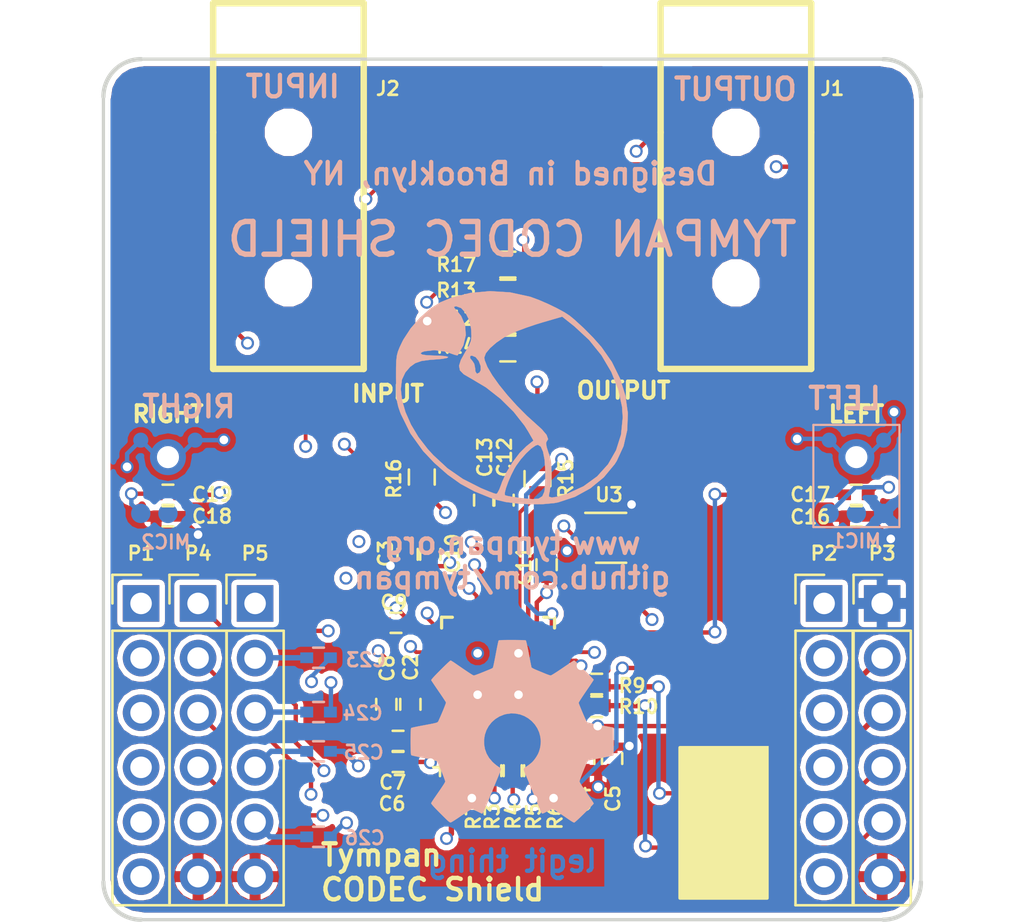
<source format=kicad_pcb>
(kicad_pcb (version 20171130) (host pcbnew "(5.0.1-3-g963ef8bb5)")
  (title_block (title "Tympan Rev D") (date 3/19/18) (company "Solutiosn Design & Prototyping, LLC"))
  (layers (0 F.Cu signal) (1 In1.Cu power) (2 In2.Cu mixed) (31 B.Cu signal) (34 B.Paste user) (35 F.Paste user) (36 B.SilkS user) (37 F.SilkS user) (38 B.Mask user) (39 F.Mask user) (44 Edge.Cuts user))
  (net 0 "")
  (net 1 GND)
  (net 2 +3V3)
  (net 3 "Net-(C2-Pad1)")
  (net 4 "Net-(C2-Pad2)")
  (net 5 +1V8)
  (net 6 "Net-(C8-Pad1)")
  (net 7 "Net-(C11-Pad1)")
  (net 8 "Net-(C17-Pad2)")
  (net 9 "Net-(C19-Pad2)")
  (net 10 "Net-(J1-Pad3)")
  (net 11 /MICDET)
  (net 12 /BCLK)
  (net 13 /MCLK)
  (net 14 /WCLK)
  (net 15 "Net-(R2-Pad2)")
  (net 16 "Net-(R3-Pad2)")
  (net 17 "Net-(R4-Pad2)")
  (net 18 "Net-(R5-Pad2)")
  (net 19 "Net-(R6-Pad2)")
  (net 20 "Net-(R7-Pad2)")
  (net 21 "Net-(R9-Pad2)")
  (net 22 "Net-(R10-Pad2)")
  (net 23 /HPL)
  (net 24 "Net-(J1-Pad2)")
  (net 25 /HPR)
  (net 26 /MICBIAS)
  (net 27 "Net-(U2-Pad4)")
  (net 28 "Net-(C23-Pad2)")
  (net 29 "Net-(C24-Pad2)")
  (net 30 "Net-(C25-Pad2)")
  (net 31 "Net-(C26-Pad2)")
  (net 32 "Net-(P1-Pad2)")
  (net 33 "Net-(P1-Pad4)")
  (net 34 "Net-(P1-Pad3)")
  (net 35 "Net-(R16-Pad2)")
  (net 36 "Net-(U2-Pad12)")
  (net 37 "Net-(U2-Pad15)")
  (net 38 /SS_2)
  (net 39 /SCK_2)
  (net 40 /TX_3)
  (net 41 /MISO_2)
  (net 42 /MOSI_2)
  (net 43 /RX_3)
  (net 44 "Net-(MIC1-Pad5)")
  (net 45 "Net-(MIC2-Pad5)")
  (net 46 "Net-(C12-Pad1)")
  (net 47 "Net-(C13-Pad1)")
  (net 48 "Net-(C12-Pad2)")
  (net 49 "Net-(C13-Pad2)")
  (net 50 /nRESET_1)
  (net 51 /DIN_1)
  (net 52 /DOUT_1)
  (net 53 /SDA2)
  (net 54 /SCL2)
  (net 55 /M_BIAS_1)
  (net 56 /IN2_L_1)
  (net 57 /IN2_R_1)
  (net 58 /IN1_R_1)
  (net 59 /IN1_L_1)
  (net 60 /LOL_1)
  (net 61 /LOR_1)
  (net 62 "Net-(P1-Pad6)")
  (net 63 "Net-(P1-Pad5)")
  (net 64 "Net-(P1-Pad1)")
  (module Capacitors_SMD:C_0402 (layer B.Cu) (at 124.85 74.305 180)
    (fp_text reference C23 (at -2.2 -0.1) (layer B.SilkS) (effects (font (size 0.635 0.635) (thickness 0.127)) (justify mirror)))
    (fp_text value 2.2uF)
    (pad 1 smd rect (at -0.55 0 180) (size 0.6 0.5) (layers B.Cu B.Paste B.Mask) (net 58 /IN1_R_1))
    (pad 2 smd rect (at 0.55 0 180) (size 0.6 0.5) (layers B.Cu B.Paste B.Mask) (net 28 "Net-(C23-Pad2)"))
  )
  (module Capacitors_SMD:C_0603 (layer F.Cu) (at 133.65 58.63)
    (fp_text reference R12 (at -2.4 -0.1) (layer F.SilkS) (effects (font (size 0.635 0.635) (thickness 0.127))))
    (fp_text value 0)
    (pad 1 smd rect (at -0.75 0) (size 0.8 0.75) (layers F.Cu F.Paste F.Mask) (net 23 /HPL))
    (pad 2 smd rect (at 0.75 0) (size 0.8 0.75) (layers F.Cu F.Paste F.Mask) (net 24 "Net-(J1-Pad2)"))
  )
  (module Capacitors_SMD:C_0603 (layer F.Cu) (at 133.65 57.33)
    (fp_text reference R13 (at -2.4 -0.1) (layer F.SilkS) (effects (font (size 0.635 0.635) (thickness 0.127))))
    (fp_text value 0)
    (pad 1 smd rect (at -0.75 0) (size 0.8 0.75) (layers F.Cu F.Paste F.Mask) (net 25 /HPR))
    (pad 2 smd rect (at 0.75 0) (size 0.8 0.75) (layers F.Cu F.Paste F.Mask) (net 10 "Net-(J1-Pad3)"))
  )
  (module Capacitors_SMD:C_0603 (layer F.Cu) (at 133.65 59.93 180)
    (fp_text reference R14 (at 2.4 0.1 180) (layer F.SilkS) (effects (font (size 0.635 0.635) (thickness 0.127))))
    (fp_text value DNP)
    (pad 1 smd rect (at -0.75 0 180) (size 0.8 0.75) (layers F.Cu F.Paste F.Mask) (net 24 "Net-(J1-Pad2)"))
    (pad 2 smd rect (at 0.75 0 180) (size 0.8 0.75) (layers F.Cu F.Paste F.Mask) (net 1 GND))
  )
  (module Capacitors_SMD:C_0603 (layer F.Cu) (at 135.025 65.98 90)
    (fp_text reference R15 (at 0 1.325 90) (layer F.SilkS) (effects (font (size 0.635 0.635) (thickness 0.127))))
    (fp_text value 2.2K)
    (pad 1 smd rect (at -0.75 0 90) (size 0.8 0.75) (layers F.Cu F.Paste F.Mask) (net 26 /MICBIAS))
    (pad 2 smd rect (at 0.75 0 90) (size 0.8 0.75) (layers F.Cu F.Paste F.Mask) (net 48 "Net-(C12-Pad2)"))
  )
  (module Capacitors_SMD:C_0603 (layer F.Cu) (at 129.65 65.905 270)
    (fp_text reference R16 (at 0.075 1.3 270) (layer F.SilkS) (effects (font (size 0.635 0.635) (thickness 0.127))))
    (fp_text value 2.2K)
    (pad 1 smd rect (at -0.75 0 270) (size 0.8 0.75) (layers F.Cu F.Paste F.Mask) (net 49 "Net-(C13-Pad2)"))
    (pad 2 smd rect (at 0.75 0 270) (size 0.8 0.75) (layers F.Cu F.Paste F.Mask) (net 35 "Net-(R16-Pad2)"))
  )
  (module Capacitors_SMD:C_0603 (layer F.Cu) (at 133.65 56.03 180)
    (fp_text reference R17 (at 2.4 0 180) (layer F.SilkS) (effects (font (size 0.635 0.635) (thickness 0.127))))
    (fp_text value DNP)
    (pad 1 smd rect (at -0.75 0 180) (size 0.8 0.75) (layers F.Cu F.Paste F.Mask) (net 10 "Net-(J1-Pad3)"))
    (pad 2 smd rect (at 0.75 0 180) (size 0.8 0.75) (layers F.Cu F.Paste F.Mask) (net 1 GND))
  )
  (module Housings_DFN_QFN:UQFN-40-1EP_5x5mm_Pitch0.4mm (layer F.Cu) (at 133.1946 75.047 90)
    (fp_text reference U2 (at -3.8608 -2.667 90) (layer F.SilkS) (effects (font (size 0.635 0.635) (thickness 0.127))))
    (fp_text value TLV320AIC3206IRSBT)
    (pad 1 smd rect (at -2.5 -1.8 90) (size 0.75 0.2) (layers F.Cu F.Paste F.Mask) (net 1 GND))
    (pad 2 smd rect (at -2.5 -1.4 90) (size 0.75 0.2) (layers F.Cu F.Paste F.Mask) (net 1 GND))
    (pad 3 smd rect (at -2.5 -1 90) (size 0.75 0.2) (layers F.Cu F.Paste F.Mask) (net 15 "Net-(R2-Pad2)"))
    (pad 4 smd rect (at -2.5 -0.6 90) (size 0.75 0.2) (layers F.Cu F.Paste F.Mask) (net 27 "Net-(U2-Pad4)"))
    (pad 5 smd rect (at -2.5 -0.2 90) (size 0.75 0.2) (layers F.Cu F.Paste F.Mask) (net 20 "Net-(R7-Pad2)"))
    (pad 6 smd rect (at -2.5 0.2 90) (size 0.75 0.2) (layers F.Cu F.Paste F.Mask) (net 16 "Net-(R3-Pad2)"))
    (pad 7 smd rect (at -2.5 0.6 90) (size 0.75 0.2) (layers F.Cu F.Paste F.Mask) (net 17 "Net-(R4-Pad2)"))
    (pad 8 smd rect (at -2.5 1 90) (size 0.75 0.2) (layers F.Cu F.Paste F.Mask) (net 18 "Net-(R5-Pad2)"))
    (pad 9 smd rect (at -2.5 1.4 90) (size 0.75 0.2) (layers F.Cu F.Paste F.Mask) (net 19 "Net-(R6-Pad2)"))
    (pad 10 smd rect (at -2.5 1.8 90) (size 0.75 0.2) (layers F.Cu F.Paste F.Mask) (net 2 +3V3))
    (pad 11 smd rect (at -1.8 2.5 180) (size 0.75 0.2) (layers F.Cu F.Paste F.Mask) (net 1 GND))
    (pad 12 smd rect (at -1.4 2.5 180) (size 0.75 0.2) (layers F.Cu F.Paste F.Mask) (net 36 "Net-(U2-Pad12)"))
    (pad 13 smd rect (at -1 2.5 180) (size 0.75 0.2) (layers F.Cu F.Paste F.Mask) (net 22 "Net-(R10-Pad2)"))
    (pad 14 smd rect (at -0.6 2.5 180) (size 0.75 0.2) (layers F.Cu F.Paste F.Mask) (net 21 "Net-(R9-Pad2)"))
    (pad 15 smd rect (at -0.2 2.5 180) (size 0.75 0.2) (layers F.Cu F.Paste F.Mask) (net 37 "Net-(U2-Pad15)"))
    (pad 16 smd rect (at 0.2 2.5 180) (size 0.75 0.2) (layers F.Cu F.Paste F.Mask) (net 1 GND))
    (pad 17 smd rect (at 0.6 2.5 180) (size 0.75 0.2) (layers F.Cu F.Paste F.Mask) (net 59 /IN1_L_1))
    (pad 18 smd rect (at 1 2.5 180) (size 0.75 0.2) (layers F.Cu F.Paste F.Mask) (net 58 /IN1_R_1))
    (pad 19 smd rect (at 1.4 2.5 180) (size 0.75 0.2) (layers F.Cu F.Paste F.Mask) (net 56 /IN2_L_1))
    (pad 20 smd rect (at 1.8 2.5 180) (size 0.75 0.2) (layers F.Cu F.Paste F.Mask) (net 57 /IN2_R_1))
    (pad 21 smd rect (at 2.5 1.8 90) (size 0.75 0.2) (layers F.Cu F.Paste F.Mask) (net 1 GND))
    (pad 22 smd rect (at 2.5 1.4 90) (size 0.75 0.2) (layers F.Cu F.Paste F.Mask) (net 7 "Net-(C11-Pad1)"))
    (pad 23 smd rect (at 2.5 1 90) (size 0.75 0.2) (layers F.Cu F.Paste F.Mask) (net 26 /MICBIAS))
    (pad 24 smd rect (at 2.5 0.6 90) (size 0.75 0.2) (layers F.Cu F.Paste F.Mask) (net 46 "Net-(C12-Pad1)"))
    (pad 25 smd rect (at 2.5 0.2 90) (size 0.75 0.2) (layers F.Cu F.Paste F.Mask) (net 47 "Net-(C13-Pad1)"))
    (pad 26 smd rect (at 2.5 -0.2 90) (size 0.75 0.2) (layers F.Cu F.Paste F.Mask) (net 60 /LOL_1))
    (pad 27 smd rect (at 2.5 -0.6 90) (size 0.75 0.2) (layers F.Cu F.Paste F.Mask) (net 61 /LOR_1))
    (pad 28 smd rect (at 2.5 -1 90) (size 0.75 0.2) (layers F.Cu F.Paste F.Mask) (net 1 GND))
    (pad 29 smd rect (at 2.5 -1.4 90) (size 0.75 0.2) (layers F.Cu F.Paste F.Mask) (net 5 +1V8))
    (pad 30 smd rect (at 2.5 -1.8 90) (size 0.75 0.2) (layers F.Cu F.Paste F.Mask) (net 2 +3V3))
    (pad 31 smd rect (at 1.8 -2.5 180) (size 0.75 0.2) (layers F.Cu F.Paste F.Mask) (net 23 /HPL))
    (pad 32 smd rect (at 1.4 -2.5 180) (size 0.75 0.2) (layers F.Cu F.Paste F.Mask) (net 5 +1V8))
    (pad 33 smd rect (at 1 -2.5 180) (size 0.75 0.2) (layers F.Cu F.Paste F.Mask) (net 25 /HPR))
    (pad 34 smd rect (at 0.6 -2.5 180) (size 0.75 0.2) (layers F.Cu F.Paste F.Mask) (net 11 /MICDET))
    (pad 35 smd rect (at 0.2 -2.5 180) (size 0.75 0.2) (layers F.Cu F.Paste F.Mask) (net 6 "Net-(C8-Pad1)"))
    (pad 36 smd rect (at -0.2 -2.5 180) (size 0.75 0.2) (layers F.Cu F.Paste F.Mask) (net 3 "Net-(C2-Pad1)"))
    (pad 37 smd rect (at -0.6 -2.5 180) (size 0.75 0.2) (layers F.Cu F.Paste F.Mask) (net 1 GND))
    (pad 38 smd rect (at -1 -2.5 180) (size 0.75 0.2) (layers F.Cu F.Paste F.Mask) (net 4 "Net-(C2-Pad2)"))
    (pad 39 smd rect (at -1.4 -2.5 180) (size 0.75 0.2) (layers F.Cu F.Paste F.Mask) (net 5 +1V8))
    (pad 40 smd rect (at -1.8 -2.5 180) (size 0.75 0.2) (layers F.Cu F.Paste F.Mask) (net 5 +1V8))
    (pad 41 smd rect (at 0.95 0.95 90) (size 1.9 1.9) (layers F.Cu F.Paste F.Mask) (net 1 GND))
    (pad 41 smd rect (at 0.95 -0.95 90) (size 1.9 1.9) (layers F.Cu F.Paste F.Mask) (net 1 GND))
    (pad 41 smd rect (at -0.95 0.95 90) (size 1.9 1.9) (layers F.Cu F.Paste F.Mask) (net 1 GND))
    (pad 41 smd rect (at -0.95 -0.95 90) (size 1.9 1.9) (layers F.Cu F.Paste F.Mask) (net 1 GND))
  )
  (module Tympan:SJ-3524-SMT-TR (layer F.Cu) (at 123.45 49.88 270)
    (fp_text reference J2 (at -2.032 -4.6228) (layer F.SilkS) (effects (font (size 0.635 0.635) (thickness 0.127))))
    (fp_text value SJ-3524-SMT-TR-PI)
    (pad 4 smd rect (at 12.2 -0.75 270) (size 2.8 2.8) (layers F.Cu F.Paste F.Mask) (net 11 /MICDET))
    (pad 2 smd rect (at 8.3 4.2 270) (size 2.8 2.8) (layers F.Cu F.Paste F.Mask) (net 48 "Net-(C12-Pad2)"))
    (pad 3 smd rect (at 0.9 -4.2 270) (size 2.2 2.8) (layers F.Cu F.Paste F.Mask) (net 49 "Net-(C13-Pad2)"))
    (pad "" np_thru_hole circle (at 7 0 270) (size 1.7 1.7) (drill 1.7) (layers *.Cu *.Mask))
    (pad "" np_thru_hole circle (at 0 0 270) (size 1.7 1.7) (drill 1.7) (layers *.Cu *.Mask))
    (pad 1 smd rect (at -1.1 4.2 270) (size 2.2 2.8) (layers F.Cu F.Paste F.Mask) (net 1 GND))
  )
  (module Tympan:SJ-3523-SMT-TR (layer F.Cu) (at 144.25 49.88 270)
    (fp_text reference J1 (at -2.032 -4.4831) (layer F.SilkS) (effects (font (size 0.635 0.635) (thickness 0.127))))
    (fp_text value SJ-3523-SMT-TR)
    (pad 2 smd rect (at 8.3 4.2 270) (size 2.8 2.8) (layers F.Cu F.Paste F.Mask) (net 24 "Net-(J1-Pad2)"))
    (pad 3 smd rect (at 0.9 -4.2 270) (size 2.2 2.8) (layers F.Cu F.Paste F.Mask) (net 10 "Net-(J1-Pad3)"))
    (pad "" np_thru_hole circle (at 7 0 270) (size 1.7 1.7) (drill 1.7) (layers *.Cu *.Mask))
    (pad "" np_thru_hole circle (at 0 0 270) (size 1.7 1.7) (drill 1.7) (layers *.Cu *.Mask))
    (pad 1 smd rect (at -1.1 4.2 270) (size 2.2 2.8) (layers F.Cu F.Paste F.Mask) (net 1 GND))
  )
  (module Capacitors_SMD:C_0402 (layer F.Cu) (at 129.1179 76.4694 270)
    (fp_text reference C2 (at -1.7145 -0.0127 270) (layer F.SilkS) (effects (font (size 0.635 0.635) (thickness 0.127))))
    (fp_text value 2.2uF)
    (pad 1 smd rect (at -0.55 0 270) (size 0.6 0.5) (layers F.Cu F.Paste F.Mask) (net 3 "Net-(C2-Pad1)"))
    (pad 2 smd rect (at 0.55 0 270) (size 0.6 0.5) (layers F.Cu F.Paste F.Mask) (net 4 "Net-(C2-Pad2)"))
  )
  (module Capacitors_SMD:C_0402 (layer F.Cu) (at 128.9909 69.4971 270)
    (fp_text reference C3 (at -0.0381 1.0287 270) (layer F.SilkS) (effects (font (size 0.635 0.635) (thickness 0.127))))
    (fp_text value 0.1uF)
    (pad 1 smd rect (at -0.55 0 270) (size 0.6 0.5) (layers F.Cu F.Paste F.Mask) (net 1 GND))
    (pad 2 smd rect (at 0.55 0 270) (size 0.6 0.5) (layers F.Cu F.Paste F.Mask) (net 2 +3V3))
  )
  (module Capacitors_SMD:C_0402 (layer F.Cu) (at 137.2006 78.9893 90)
    (fp_text reference C4 (at -1.905 -0.0381 90) (layer F.SilkS) (effects (font (size 0.635 0.635) (thickness 0.127))))
    (fp_text value 10uF)
    (pad 1 smd rect (at -0.55 0 90) (size 0.6 0.5) (layers F.Cu F.Paste F.Mask) (net 1 GND))
    (pad 2 smd rect (at 0.55 0 90) (size 0.6 0.5) (layers F.Cu F.Paste F.Mask) (net 2 +3V3))
  )
  (module Capacitors_SMD:C_0402 (layer F.Cu) (at 138.496 78.9893 90)
    (fp_text reference C5 (at -1.8669 0.0381 90) (layer F.SilkS) (effects (font (size 0.635 0.635) (thickness 0.127))))
    (fp_text value 0.1uF)
    (pad 1 smd rect (at -0.55 0 90) (size 0.6 0.5) (layers F.Cu F.Paste F.Mask) (net 1 GND))
    (pad 2 smd rect (at 0.55 0 90) (size 0.6 0.5) (layers F.Cu F.Paste F.Mask) (net 2 +3V3))
  )
  (module Capacitors_SMD:C_0402 (layer F.Cu) (at 128.5464 79.1491 180)
    (fp_text reference C6 (at 0.2794 -1.9431 180) (layer F.SilkS) (effects (font (size 0.635 0.635) (thickness 0.127))))
    (fp_text value 10uF)
    (pad 1 smd rect (at -0.55 0 180) (size 0.6 0.5) (layers F.Cu F.Paste F.Mask) (net 5 +1V8))
    (pad 2 smd rect (at 0.55 0 180) (size 0.6 0.5) (layers F.Cu F.Paste F.Mask) (net 1 GND))
  )
  (module Capacitors_SMD:C_0402 (layer F.Cu) (at 128.5464 78.1712 180)
    (fp_text reference C7 (at 0.254 -1.9304 180) (layer F.SilkS) (effects (font (size 0.635 0.635) (thickness 0.127))))
    (fp_text value 0.1uF)
    (pad 1 smd rect (at -0.55 0 180) (size 0.6 0.5) (layers F.Cu F.Paste F.Mask) (net 5 +1V8))
    (pad 2 smd rect (at 0.55 0 180) (size 0.6 0.5) (layers F.Cu F.Paste F.Mask) (net 1 GND))
  )
  (module Capacitors_SMD:C_0402 (layer F.Cu) (at 128.0003 76.4694 270)
    (fp_text reference C8 (at -1.6764 -0.0381 270) (layer F.SilkS) (effects (font (size 0.635 0.635) (thickness 0.127))))
    (fp_text value 2.2uF)
    (pad 1 smd rect (at -0.55 0 270) (size 0.6 0.5) (layers F.Cu F.Paste F.Mask) (net 6 "Net-(C8-Pad1)"))
    (pad 2 smd rect (at 0.55 0 270) (size 0.6 0.5) (layers F.Cu F.Paste F.Mask) (net 1 GND))
  )
  (module Capacitors_SMD:C_0402 (layer F.Cu) (at 128.45 72.68 180)
    (fp_text reference C9 (at 0.1 0.95 180) (layer F.SilkS) (effects (font (size 0.635 0.635) (thickness 0.127))))
    (fp_text value 1uF)
    (pad 1 smd rect (at -0.55 0 180) (size 0.6 0.5) (layers F.Cu F.Paste F.Mask) (net 5 +1V8))
    (pad 2 smd rect (at 0.55 0 180) (size 0.6 0.5) (layers F.Cu F.Paste F.Mask) (net 1 GND))
  )
  (module Capacitors_SMD:C_0402 (layer F.Cu) (at 130.045 69.4971 90)
    (fp_text reference C10 (at 0.0381 1.0414 90) (layer F.SilkS) (effects (font (size 0.635 0.635) (thickness 0.127))))
    (fp_text value 0.1uF)
    (pad 1 smd rect (at -0.55 0 90) (size 0.6 0.5) (layers F.Cu F.Paste F.Mask) (net 5 +1V8))
    (pad 2 smd rect (at 0.55 0 90) (size 0.6 0.5) (layers F.Cu F.Paste F.Mask) (net 1 GND))
  )
  (module Capacitors_SMD:C_0402 (layer F.Cu) (at 135.45 69.98 270)
    (fp_text reference C11 (at 0.05 1.05 270) (layer F.SilkS) (effects (font (size 0.635 0.635) (thickness 0.127))))
    (fp_text value 10uF)
    (pad 1 smd rect (at -0.55 0 270) (size 0.6 0.5) (layers F.Cu F.Paste F.Mask) (net 7 "Net-(C11-Pad1)"))
    (pad 2 smd rect (at 0.55 0 270) (size 0.6 0.5) (layers F.Cu F.Paste F.Mask) (net 1 GND))
  )
  (module Capacitors_SMD:C_0402 (layer F.Cu) (at 133.45 66.98 90)
    (fp_text reference C12 (at 1.9945 0.0471 270) (layer F.SilkS) (effects (font (size 0.635 0.635) (thickness 0.127))))
    (fp_text value 2.2uF)
    (pad 1 smd rect (at -0.55 0 90) (size 0.6 0.5) (layers F.Cu F.Paste F.Mask) (net 46 "Net-(C12-Pad1)"))
    (pad 2 smd rect (at 0.55 0 90) (size 0.6 0.5) (layers F.Cu F.Paste F.Mask) (net 48 "Net-(C12-Pad2)"))
  )
  (module Capacitors_SMD:C_0402 (layer F.Cu) (at 132.55 66.98 90)
    (fp_text reference C13 (at 1.9945 0.0278 270) (layer F.SilkS) (effects (font (size 0.635 0.635) (thickness 0.127))))
    (fp_text value 2.2uF)
    (pad 1 smd rect (at -0.55 0 90) (size 0.6 0.5) (layers F.Cu F.Paste F.Mask) (net 47 "Net-(C13-Pad1)"))
    (pad 2 smd rect (at 0.55 0 90) (size 0.6 0.5) (layers F.Cu F.Paste F.Mask) (net 49 "Net-(C13-Pad2)"))
  )
  (module Capacitors_SMD:C_0402 (layer F.Cu) (at 149.85 67.73)
    (fp_text reference C16 (at -2.142266 0.031469) (layer F.SilkS) (effects (font (size 0.635 0.635) (thickness 0.127))))
    (fp_text value 0.1uF)
    (pad 1 smd rect (at -0.55 0) (size 0.6 0.5) (layers F.Cu F.Paste F.Mask) (net 1 GND))
    (pad 2 smd rect (at 0.55 0) (size 0.6 0.5) (layers F.Cu F.Paste F.Mask) (net 2 +3V3))
  )
  (module Capacitors_SMD:C_0402 (layer F.Cu) (at 149.85 66.73)
    (fp_text reference C17 (at -2.142266 -0.009231) (layer F.SilkS) (effects (font (size 0.635 0.635) (thickness 0.127))))
    (fp_text value 1uF)
    (pad 1 smd rect (at -0.55 0) (size 0.6 0.5) (layers F.Cu F.Paste F.Mask) (net 56 /IN2_L_1))
    (pad 2 smd rect (at 0.55 0) (size 0.6 0.5) (layers F.Cu F.Paste F.Mask) (net 8 "Net-(C17-Pad2)"))
  )
  (module Capacitors_SMD:C_0402 (layer F.Cu) (at 117.85 67.73)
    (fp_text reference C18 (at 2.05 0) (layer F.SilkS) (effects (font (size 0.635 0.635) (thickness 0.127))))
    (fp_text value 0.1uF)
    (pad 1 smd rect (at -0.55 0) (size 0.6 0.5) (layers F.Cu F.Paste F.Mask) (net 1 GND))
    (pad 2 smd rect (at 0.55 0) (size 0.6 0.5) (layers F.Cu F.Paste F.Mask) (net 2 +3V3))
  )
  (module Capacitors_SMD:C_0402 (layer F.Cu) (at 117.85 66.73 180)
    (fp_text reference C19 (at -2.0513 0.0194 180) (layer F.SilkS) (effects (font (size 0.635 0.635) (thickness 0.127))))
    (fp_text value 1uF)
    (pad 1 smd rect (at -0.55 0 180) (size 0.6 0.5) (layers F.Cu F.Paste F.Mask) (net 57 /IN2_R_1))
    (pad 2 smd rect (at 0.55 0 180) (size 0.6 0.5) (layers F.Cu F.Paste F.Mask) (net 9 "Net-(C19-Pad2)"))
  )
  (module Capacitors_SMD:C_0402 (layer B.Cu) (at 124.85 76.83 180)
    (fp_text reference C24 (at -2.05 -0.05 180) (layer B.SilkS) (effects (font (size 0.635 0.635) (thickness 0.127)) (justify mirror)))
    (fp_text value 2.2uF)
    (pad 1 smd rect (at -0.55 0 180) (size 0.6 0.5) (layers B.Cu B.Paste B.Mask) (net 59 /IN1_L_1))
    (pad 2 smd rect (at 0.55 0 180) (size 0.6 0.5) (layers B.Cu B.Paste B.Mask) (net 29 "Net-(C24-Pad2)"))
  )
  (module Capacitors_SMD:C_0402 (layer B.Cu) (at 124.85 78.655 180)
    (fp_text reference C25 (at -2.1 -0.05 180) (layer B.SilkS) (effects (font (size 0.635 0.635) (thickness 0.127)) (justify mirror)))
    (fp_text value 2.2uF)
    (pad 1 smd rect (at -0.55 0 180) (size 0.6 0.5) (layers B.Cu B.Paste B.Mask) (net 60 /LOL_1))
    (pad 2 smd rect (at 0.55 0 180) (size 0.6 0.5) (layers B.Cu B.Paste B.Mask) (net 30 "Net-(C25-Pad2)"))
  )
  (module Capacitors_SMD:C_0402 (layer B.Cu) (at 124.85 82.63 180)
    (fp_text reference C26 (at -2.15 -0.05 180) (layer B.SilkS) (effects (font (size 0.635 0.635) (thickness 0.127)) (justify mirror)))
    (fp_text value 2.2uF)
    (pad 1 smd rect (at -0.55 0 180) (size 0.6 0.5) (layers B.Cu B.Paste B.Mask) (net 61 /LOR_1))
    (pad 2 smd rect (at 0.55 0 180) (size 0.6 0.5) (layers B.Cu B.Paste B.Mask) (net 31 "Net-(C26-Pad2)"))
  )
  (module Pin_Headers:Pin_Header_Straight_1x06_Pitch2.54mm (layer F.Cu) (at 151.05 71.78)
    (fp_text reference P3 (at 0 -2.33) (layer F.SilkS) (effects (font (size 0.635 0.635) (thickness 0.127))))
    (fp_text value CONN_01X06)
    (pad 1 thru_hole rect (at 0 0) (size 1.7 1.7) (drill 1) (layers *.Cu *.Mask) (net 2 +3V3))
    (pad 2 thru_hole oval (at 0 2.54) (size 1.7 1.7) (drill 1) (layers *.Cu *.Mask) (net 52 /DOUT_1))
    (pad 3 thru_hole oval (at 0 5.08) (size 1.7 1.7) (drill 1) (layers *.Cu *.Mask) (net 51 /DIN_1))
    (pad 4 thru_hole oval (at 0 7.62) (size 1.7 1.7) (drill 1) (layers *.Cu *.Mask) (net 53 /SDA2))
    (pad 5 thru_hole oval (at 0 10.16) (size 1.7 1.7) (drill 1) (layers *.Cu *.Mask) (net 54 /SCL2))
    (pad 6 thru_hole oval (at 0 12.7) (size 1.7 1.7) (drill 1) (layers *.Cu *.Mask) (net 1 GND))
  )
  (module Pin_Headers:Pin_Header_Straight_1x06_Pitch2.54mm (layer F.Cu) (at 119.25 71.78)
    (fp_text reference P4 (at 0 -2.33) (layer F.SilkS) (effects (font (size 0.635 0.635) (thickness 0.127))))
    (fp_text value CONN_01X06)
    (pad 1 thru_hole rect (at 0 0) (size 1.7 1.7) (drill 1) (layers *.Cu *.Mask) (net 55 /M_BIAS_1))
    (pad 2 thru_hole oval (at 0 2.54) (size 1.7 1.7) (drill 1) (layers *.Cu *.Mask) (net 13 /MCLK))
    (pad 3 thru_hole oval (at 0 5.08) (size 1.7 1.7) (drill 1) (layers *.Cu *.Mask) (net 12 /BCLK))
    (pad 4 thru_hole oval (at 0 7.62) (size 1.7 1.7) (drill 1) (layers *.Cu *.Mask) (net 14 /WCLK))
    (pad 5 thru_hole oval (at 0 10.16) (size 1.7 1.7) (drill 1) (layers *.Cu *.Mask) (net 50 /nRESET_1))
    (pad 6 thru_hole oval (at 0 12.7) (size 1.7 1.7) (drill 1) (layers *.Cu *.Mask) (net 1 GND))
  )
  (module Pin_Headers:Pin_Header_Straight_1x06_Pitch2.54mm (layer F.Cu) (at 121.9 71.78)
    (fp_text reference P5 (at 0 -2.33) (layer F.SilkS) (effects (font (size 0.635 0.635) (thickness 0.127))))
    (fp_text value CONN_01X06)
    (pad 1 thru_hole rect (at 0 0) (size 1.7 1.7) (drill 1) (layers *.Cu *.Mask) (net 5 +1V8))
    (pad 2 thru_hole oval (at 0 2.54) (size 1.7 1.7) (drill 1) (layers *.Cu *.Mask) (net 28 "Net-(C23-Pad2)"))
    (pad 3 thru_hole oval (at 0 5.08) (size 1.7 1.7) (drill 1) (layers *.Cu *.Mask) (net 29 "Net-(C24-Pad2)"))
    (pad 4 thru_hole oval (at 0 7.62) (size 1.7 1.7) (drill 1) (layers *.Cu *.Mask) (net 30 "Net-(C25-Pad2)"))
    (pad 5 thru_hole oval (at 0 10.16) (size 1.7 1.7) (drill 1) (layers *.Cu *.Mask) (net 31 "Net-(C26-Pad2)"))
    (pad 6 thru_hole oval (at 0 12.7) (size 1.7 1.7) (drill 1) (layers *.Cu *.Mask) (net 1 GND))
  )
  (module TO_SOT_Packages_SMD:SOT-353_SC-70-5 (layer F.Cu) (at 138.45 68.73)
    (fp_text reference U3 (at -0.1 -2) (layer F.SilkS) (effects (font (size 0.635 0.635) (thickness 0.127))))
    (fp_text value 74LVC1G66)
    (pad 1 smd rect (at -0.95 -0.65) (size 0.65 0.4) (layers F.Cu F.Paste F.Mask) (net 26 /MICBIAS))
    (pad 3 smd rect (at -0.95 0.65) (size 0.65 0.4) (layers F.Cu F.Paste F.Mask) (net 1 GND))
    (pad 2 smd rect (at -0.95 0) (size 0.65 0.4) (layers F.Cu F.Paste F.Mask) (net 35 "Net-(R16-Pad2)"))
    (pad 4 smd rect (at 0.95 0.65) (size 0.65 0.4) (layers F.Cu F.Paste F.Mask) (net 55 /M_BIAS_1))
    (pad 5 smd rect (at 0.95 -0.65) (size 0.65 0.4) (layers F.Cu F.Paste F.Mask) (net 2 +3V3))
  )
  (module Pin_Headers:Pin_Header_Straight_1x06_Pitch2.54mm (layer F.Cu) (at 148.35 71.78)
    (fp_text reference P2 (at 0 -2.33) (layer F.SilkS) (effects (font (size 0.635 0.635) (thickness 0.127))))
    (fp_text value CONN_01X06)
    (pad 1 thru_hole rect (at 0 0) (size 1.7 1.7) (drill 1) (layers *.Cu *.Mask) (net 40 /TX_3))
    (pad 2 thru_hole oval (at 0 2.54) (size 1.7 1.7) (drill 1) (layers *.Cu *.Mask) (net 43 /RX_3))
    (pad 3 thru_hole oval (at 0 5.08) (size 1.7 1.7) (drill 1) (layers *.Cu *.Mask) (net 41 /MISO_2))
    (pad 4 thru_hole oval (at 0 7.62) (size 1.7 1.7) (drill 1) (layers *.Cu *.Mask) (net 42 /MOSI_2))
    (pad 5 thru_hole oval (at 0 10.16) (size 1.7 1.7) (drill 1) (layers *.Cu *.Mask) (net 39 /SCK_2))
    (pad 6 thru_hole oval (at 0 12.7) (size 1.7 1.7) (drill 1) (layers *.Cu *.Mask) (net 38 /SS_2))
  )
  (module Tympan:SPM0687LR5H-1 (layer B.Cu) (at 117.85 64.98)
    (fp_text reference MIC2 (at -0.1 3.95) (layer B.SilkS) (effects (font (size 0.635 0.635) (thickness 0.127)) (justify mirror)))
    (fp_text value SPM0687LR5H-1)
    (fp_circle (center 0 0) (end 0.67525 0) (layer B.Cu) (width 0.325))
    (pad 1 smd circle (at -1.265 2.616) (size 0.9 0.9) (layers B.Cu B.Paste B.Mask) (net 9 "Net-(C19-Pad2)"))
    (pad 5 smd circle (at 0 2.616) (size 0.9 0.9) (layers B.Cu B.Paste B.Mask) (net 45 "Net-(MIC2-Pad5)"))
    (pad 4 smd circle (at 1.265 2.616) (size 0.9 0.9) (layers B.Cu B.Paste B.Mask) (net 2 +3V3))
    (pad "" np_thru_hole circle (at 0 0) (size 0.8 0.8) (drill 0.8) (layers *.Cu))
    (pad 2 smd circle (at -1.265 -0.79) (size 0.7 0.7) (layers B.Cu B.Paste B.Mask) (net 1 GND))
    (pad 3 smd circle (at 1.265 -0.79) (size 0.7 0.7) (layers B.Cu B.Paste B.Mask) (net 1 GND))
  )
  (module Tympan:SPM0687LR5H-1 (layer B.Cu) (at 149.85 64.98)
    (fp_text reference MIC1 (at 0 3.9) (layer B.SilkS) (effects (font (size 0.635 0.635) (thickness 0.127)) (justify mirror)))
    (fp_text value SPM0687LR5H-1)
    (fp_circle (center 0 0) (end 0.67525 0) (layer B.Cu) (width 0.325))
    (pad 1 smd circle (at -1.265 2.616) (size 0.9 0.9) (layers B.Cu B.Paste B.Mask) (net 8 "Net-(C17-Pad2)"))
    (pad 5 smd circle (at 0 2.616) (size 0.9 0.9) (layers B.Cu B.Paste B.Mask) (net 44 "Net-(MIC1-Pad5)"))
    (pad 4 smd circle (at 1.265 2.616) (size 0.9 0.9) (layers B.Cu B.Paste B.Mask) (net 2 +3V3))
    (pad "" np_thru_hole circle (at 0 0) (size 0.8 0.8) (drill 0.8) (layers *.Cu))
    (pad 2 smd circle (at -1.265 -0.79) (size 0.7 0.7) (layers B.Cu B.Paste B.Mask) (net 1 GND))
    (pad 3 smd circle (at 1.265 -0.79) (size 0.7 0.7) (layers B.Cu B.Paste B.Mask) (net 1 GND))
  )
  (module Pin_Headers:Pin_Header_Straight_1x06_Pitch2.54mm (layer F.Cu) (at 116.6 71.78)
    (fp_text reference P1 (at 0 -2.33) (layer F.SilkS) (effects (font (size 0.635 0.635) (thickness 0.127))))
    (fp_text value CONN_01X06)
    (pad 6 thru_hole oval (at 0 12.7) (size 1.7 1.7) (drill 1) (layers *.Cu *.Mask) (net 62 "Net-(P1-Pad6)"))
    (pad 5 thru_hole oval (at 0 10.16) (size 1.7 1.7) (drill 1) (layers *.Cu *.Mask) (net 63 "Net-(P1-Pad5)"))
    (pad 4 thru_hole oval (at 0 7.62) (size 1.7 1.7) (drill 1) (layers *.Cu *.Mask) (net 33 "Net-(P1-Pad4)"))
    (pad 3 thru_hole oval (at 0 5.08) (size 1.7 1.7) (drill 1) (layers *.Cu *.Mask) (net 34 "Net-(P1-Pad3)"))
    (pad 2 thru_hole oval (at 0 2.54) (size 1.7 1.7) (drill 1) (layers *.Cu *.Mask) (net 32 "Net-(P1-Pad2)"))
    (pad 1 thru_hole rect (at 0 0) (size 1.7 1.7) (drill 1) (layers *.Cu *.Mask) (net 64 "Net-(P1-Pad1)"))
  )
  (module Graphics:Tympan_LOGO (layer B.Cu) (at 133.825 62.205 180)
    (fp_text reference G*** hide)
    (fp_text value LOGO hide)
  )
  (module Graphics:oshwa-logo-gear (layer B.Cu) (at 133.85 77.755 180)
    (fp_text reference G*** hide)
    (fp_text value LOGO hide)
  )
  (module Resistors_SMD:R_0402 (layer F.Cu) (at 131.025 79.555 90)
    (fp_text reference R2 (at -1.525 0.025 90) (layer F.SilkS) (effects (font (size 0.635 0.635) (thickness 0.127))))
    (fp_text value 33R)
    (pad 2 smd rect (at 0.45 0 90) (size 0.4 0.6) (layers F.Cu F.Paste F.Mask) (net 15 "Net-(R2-Pad2)"))
    (pad 1 smd rect (at -0.45 0 90) (size 0.4 0.6) (layers F.Cu F.Paste F.Mask) (net 50 /nRESET_1))
  )
  (module Resistors_SMD:R_0402 (layer F.Cu) (at 132.925 79.555 90)
    (fp_text reference R3 (at -2.125 0 90) (layer F.SilkS) (effects (font (size 0.635 0.635) (thickness 0.127))))
    (fp_text value 33R)
    (pad 1 smd rect (at -0.45 0 90) (size 0.4 0.6) (layers F.Cu F.Paste F.Mask) (net 12 /BCLK))
    (pad 2 smd rect (at 0.45 0 90) (size 0.4 0.6) (layers F.Cu F.Paste F.Mask) (net 16 "Net-(R3-Pad2)"))
  )
  (module Resistors_SMD:R_0402 (layer F.Cu) (at 133.875 79.555 90)
    (fp_text reference R4 (at -2.1126 0.02 90) (layer F.SilkS) (effects (font (size 0.635 0.635) (thickness 0.127))))
    (fp_text value 33R)
    (pad 2 smd rect (at 0.45 0 90) (size 0.4 0.6) (layers F.Cu F.Paste F.Mask) (net 17 "Net-(R4-Pad2)"))
    (pad 1 smd rect (at -0.45 0 90) (size 0.4 0.6) (layers F.Cu F.Paste F.Mask) (net 14 /WCLK))
  )
  (module Resistors_SMD:R_0402 (layer F.Cu) (at 134.825 79.555 90)
    (fp_text reference R5 (at -2.125 0.025 90) (layer F.SilkS) (effects (font (size 0.635 0.635) (thickness 0.127))))
    (fp_text value 33R)
    (pad 1 smd rect (at -0.45 0 90) (size 0.4 0.6) (layers F.Cu F.Paste F.Mask) (net 51 /DIN_1))
    (pad 2 smd rect (at 0.45 0 90) (size 0.4 0.6) (layers F.Cu F.Paste F.Mask) (net 18 "Net-(R5-Pad2)"))
  )
  (module Resistors_SMD:R_0402 (layer F.Cu) (at 135.775 79.555 90)
    (fp_text reference R6 (at -2.125 0.075 90) (layer F.SilkS) (effects (font (size 0.635 0.635) (thickness 0.127))))
    (fp_text value 33R)
    (pad 2 smd rect (at 0.45 0 90) (size 0.4 0.6) (layers F.Cu F.Paste F.Mask) (net 19 "Net-(R6-Pad2)"))
    (pad 1 smd rect (at -0.45 0 90) (size 0.4 0.6) (layers F.Cu F.Paste F.Mask) (net 52 /DOUT_1))
  )
  (module Resistors_SMD:R_0402 (layer F.Cu) (at 131.975 79.555 90)
    (fp_text reference R7 (at -2.125 0.075 90) (layer F.SilkS) (effects (font (size 0.635 0.635) (thickness 0.127))))
    (fp_text value 33R)
    (pad 1 smd rect (at -0.45 0 90) (size 0.4 0.6) (layers F.Cu F.Paste F.Mask) (net 13 /MCLK))
    (pad 2 smd rect (at 0.45 0 90) (size 0.4 0.6) (layers F.Cu F.Paste F.Mask) (net 20 "Net-(R7-Pad2)"))
  )
  (module Resistors_SMD:R_0402 (layer F.Cu) (at 137.7793 75.58 180)
    (fp_text reference R9 (at -1.6457 -0.025 180) (layer F.SilkS) (effects (font (size 0.635 0.635) (thickness 0.127))))
    (fp_text value 33R)
    (pad 2 smd rect (at 0.45 0 180) (size 0.4 0.6) (layers F.Cu F.Paste F.Mask) (net 21 "Net-(R9-Pad2)"))
    (pad 1 smd rect (at -0.45 0 180) (size 0.4 0.6) (layers F.Cu F.Paste F.Mask) (net 53 /SDA2))
  )
  (module Resistors_SMD:R_0402 (layer F.Cu) (at 137.7793 76.5329 180)
    (fp_text reference R10 (at -1.9457 -0.0471 180) (layer F.SilkS) (effects (font (size 0.635 0.635) (thickness 0.127))))
    (fp_text value 33R)
    (pad 1 smd rect (at -0.45 0 180) (size 0.4 0.6) (layers F.Cu F.Paste F.Mask) (net 54 /SCL2))
    (pad 2 smd rect (at 0.45 0 180) (size 0.4 0.6) (layers F.Cu F.Paste F.Mask) (net 22 "Net-(R10-Pad2)"))
  )
  (gr_text "Tympan\nCODEC Shield" (at 124.85 84.28) (layer F.SilkS) (effects (font (size 1 1) (thickness 0.2)) (justify left)))
  (gr_poly (pts (xy 145.7 78.480001) (xy 145.7 85.480001) (xy 141.650001 85.480001) (xy 141.65 78.48)) (layer F.SilkS) (width 0.15))
  (gr_text "legit thing" (at 133.85 83.755) (layer B.Cu) (effects (font (size 1 1) (thickness 0.2)) (justify mirror)))
  (gr_text RIGHT (at 118.825 62.63) (layer B.SilkS) (effects (font (size 1 1) (thickness 0.2)) (justify mirror)))
  (gr_text LEFT (at 149.3 62.255) (layer B.SilkS) (effects (font (size 1 1) (thickness 0.2)) (justify mirror)))
  (gr_text INPUT (at 123.65 47.755) (layer B.SilkS) (effects (font (size 1 1) (thickness 0.2)) (justify mirror)))
  (gr_text OUTPUT (at 144.225 47.88) (layer B.SilkS) (effects (font (size 1 1) (thickness 0.2)) (justify mirror)))
  (gr_arc (start 116.6 48.23) (end 116.6 46.48) (angle -90) (layer Edge.Cuts) (width 0.2))
  (gr_arc (start 151.1 48.23) (end 152.85 48.23) (angle -90) (layer Edge.Cuts) (width 0.2))
  (gr_arc (start 151.1 84.73) (end 151.1 86.48) (angle -90) (layer Edge.Cuts) (width 0.2))
  (gr_arc (start 116.6 84.73) (end 114.85 84.73) (angle -90) (layer Edge.Cuts) (width 0.2))
  (gr_line (start 116.625 86.48) (end 151.075 86.48) (angle 90) (layer Edge.Cuts) (width 0.15))
  (gr_text "www.tympan.org\ngithub.com/tympan" (at 133.85 69.78) (layer B.SilkS) (effects (font (size 1 1) (thickness 0.2)) (justify mirror)))
  (gr_text "Designed in Brooklyn, NY" (at 133.775 51.805) (layer B.SilkS) (effects (font (size 1 1) (thickness 0.2)) (justify mirror)))
  (gr_line (start 114.85 48.255) (end 114.85 84.73) (angle 90) (layer Edge.Cuts) (width 0.15))
  (gr_line (start 151.075 46.48) (end 116.625 46.48) (angle 90) (layer Edge.Cuts) (width 0.15))
  (gr_line (start 152.85 84.705) (end 152.85 48.255) (angle 90) (layer Edge.Cuts) (width 0.15))
  (gr_text "TYMPAN CODEC SHIELD" (at 133.85 54.855) (layer B.SilkS) (effects (font (size 1.524 1.524) (thickness 0.25)) (justify mirror)))
  (gr_text INPUT (at 128.075 62.03) (layer F.SilkS) (effects (font (size 0.762 0.762) (thickness 0.1778))))
  (gr_text OUTPUT (at 139.025 61.88) (layer F.SilkS) (effects (font (size 0.762 0.762) (thickness 0.1778))))
  (gr_text RIGHT (at 117.85 62.98) (layer F.SilkS) (effects (font (size 0.762 0.762) (thickness 0.1778))))
  (gr_text LEFT (at 149.85 62.98) (layer F.SilkS) (effects (font (size 0.762 0.762) (thickness 0.1778))))
  (segment (start 132.1946 71.4246) (end 132.1946 72.547) (width 0.1778) (layer F.Cu) (net 1))
  (via (at 131.85 71.08) (size 0.6) (drill 0.4) (layers F.Cu B.Cu) (net 1))
  (segment (start 132.1946 71.4246) (end 131.85 71.08) (width 0.1778) (layer F.Cu) (net 1))
  (segment (start 134.9946 72.547) (end 134.9946 71.9854) (width 0.2032) (layer F.Cu) (net 1))
  (segment (start 151.115 64.19) (end 151.6 63.705) (width 0.2032) (layer B.Cu) (net 1))
  (via (at 151.6 62.88) (size 0.6) (drill 0.4) (layers F.Cu B.Cu) (net 1))
  (segment (start 151.6 63.705) (end 151.6 62.88) (width 0.2032) (layer B.Cu) (net 1))
  (segment (start 148.585 64.19) (end 148.525 64.13) (width 0.2032) (layer B.Cu) (net 1))
  (segment (start 148.525 64.13) (end 147.1 64.13) (width 0.2032) (layer B.Cu) (net 1))
  (via (at 147.1 64.13) (size 0.6) (drill 0.4) (layers F.Cu B.Cu) (net 1))
  (segment (start 116.585 64.19) (end 115.95 64.825) (width 0.2032) (layer B.Cu) (net 1))
  (via (at 115.95 65.43) (size 0.6) (drill 0.4) (layers F.Cu B.Cu) (net 1))
  (segment (start 115.95 64.825) (end 115.95 65.43) (width 0.2032) (layer B.Cu) (net 1))
  (segment (start 119.115 64.19) (end 120.44 64.19) (width 0.2032) (layer B.Cu) (net 1))
  (via (at 120.45 64.18) (size 0.6) (drill 0.4) (layers F.Cu B.Cu) (net 1))
  (segment (start 120.44 64.19) (end 120.45 64.18) (width 0.2032) (layer B.Cu) (net 1))
  (segment (start 116.585 64.19) (end 117.15 64.755) (width 0.2032) (layer B.Cu) (net 1))
  (segment (start 117.15 64.755) (end 117.15 65.08) (width 0.2032) (layer B.Cu) (net 1))
  (segment (start 119.115 64.19) (end 118.55 64.755) (width 0.2032) (layer B.Cu) (net 1))
  (segment (start 118.55 64.755) (end 118.55 64.98) (width 0.2032) (layer B.Cu) (net 1))
  (segment (start 148.585 64.19) (end 149.15 64.755) (width 0.2032) (layer B.Cu) (net 1))
  (segment (start 149.15 64.755) (end 149.15 64.98) (width 0.2032) (layer B.Cu) (net 1))
  (segment (start 151.115 64.19) (end 150.55 64.755) (width 0.2032) (layer B.Cu) (net 1))
  (segment (start 150.55 64.755) (end 150.55 64.98) (width 0.2032) (layer B.Cu) (net 1))
  (segment (start 132.1946 74.047) (end 132.2446 74.097) (width 0.1778) (layer F.Cu) (net 1))
  (via (at 134.1446 74.097) (size 0.6) (drill 0.4) (layers F.Cu B.Cu) (net 1))
  (segment (start 134.1446 74.097) (end 134.1471 74.0945) (width 0.1778) (layer B.Cu) (net 1))
  (via (at 132.2446 74.097) (size 0.6) (drill 0.4) (layers F.Cu B.Cu) (net 1))
  (segment (start 132.2446 74.097) (end 132.2421 74.0945) (width 0.1778) (layer B.Cu) (net 1))
  (segment (start 128.0003 77.0194) (end 128.0003 78.1673) (width 0.381) (layer F.Cu) (net 1))
  (segment (start 128.0003 78.1673) (end 127.9964 78.1712) (width 0.381) (layer F.Cu) (net 1))
  (segment (start 130.045 68.9471) (end 128.9909 68.9471) (width 0.381) (layer F.Cu) (net 1))
  (segment (start 127.9964 79.1491) (end 127.9964 78.1712) (width 0.381) (layer F.Cu) (net 1))
  (segment (start 131.3946 77.547) (end 131.7946 77.547) (width 0.1778) (layer F.Cu) (net 1))
  (segment (start 135.6946 74.847) (end 134.8946 74.847) (width 0.1778) (layer F.Cu) (net 1))
  (segment (start 134.8946 74.847) (end 134.1446 74.097) (width 0.1778) (layer F.Cu) (net 1))
  (segment (start 135.4718 70.5004) (end 135.4552 70.517) (width 0.1778) (layer F.Cu) (net 1))
  (segment (start 137.2006 79.5393) (end 137.8316 79.5393) (width 0.381) (layer F.Cu) (net 1))
  (segment (start 137.85 79.580736) (end 137.85 80.305) (width 0.381) (layer F.Cu) (net 1))
  (segment (start 138.496 79.5393) (end 137.865 79.5393) (width 0.381) (layer F.Cu) (net 1))
  (segment (start 137.8316 79.5393) (end 137.85 79.5577) (width 0.381) (layer F.Cu) (net 1))
  (segment (start 137.85 79.5577) (end 137.85 79.580736) (width 0.381) (layer F.Cu) (net 1))
  (segment (start 137.85 79.5543) (end 137.85 79.580736) (width 0.381) (layer F.Cu) (net 1))
  (segment (start 137.865 79.5393) (end 137.85 79.5543) (width 0.381) (layer F.Cu) (net 1))
  (via (at 137.85 80.305) (size 0.6) (drill 0.4) (layers F.Cu B.Cu) (net 1))
  (segment (start 140.05 50.327989) (end 139.916378 50.461611) (width 0.2032) (layer F.Cu) (net 1))
  (via (at 139.616379 50.76161) (size 0.6) (drill 0.4) (layers F.Cu B.Cu) (net 1))
  (segment (start 140.05 48.78) (end 140.05 50.327989) (width 0.2032) (layer F.Cu) (net 1))
  (segment (start 139.916378 50.461611) (end 139.616379 50.76161) (width 0.2032) (layer F.Cu) (net 1))
  (segment (start 136.45 69.38) (end 136.4 69.33) (width 0.2032) (layer F.Cu) (net 1))
  (via (at 136.4 69.33) (size 0.6) (drill 0.4) (layers F.Cu B.Cu) (net 1))
  (segment (start 137.5 69.38) (end 136.45 69.38) (width 0.2032) (layer F.Cu) (net 1))
  (via (at 135.45 71.279992) (size 0.6) (drill 0.4) (layers F.Cu B.Cu) (net 1))
  (segment (start 134.9946 72.547) (end 134.9946 71.735392) (width 0.2032) (layer F.Cu) (net 1))
  (segment (start 134.9946 71.735392) (end 135.150001 71.579991) (width 0.2032) (layer F.Cu) (net 1))
  (segment (start 135.150001 71.579991) (end 135.45 71.279992) (width 0.2032) (layer F.Cu) (net 1))
  (segment (start 135.45 71.279992) (end 135.45 70.53) (width 0.2032) (layer F.Cu) (net 1))
  (segment (start 131.944601 76.323909) (end 132.2446 76.02391) (width 0.1778) (layer F.Cu) (net 1))
  (via (at 132.2446 76.02391) (size 0.6) (drill 0.4) (layers F.Cu B.Cu) (net 1))
  (segment (start 131.86769 75.647) (end 131.944601 75.723911) (width 0.1778) (layer F.Cu) (net 1))
  (segment (start 131.3946 76.87391) (end 131.944601 76.323909) (width 0.1778) (layer F.Cu) (net 1))
  (segment (start 132.2446 76.002) (end 132.2446 76.02391) (width 0.1778) (layer B.Cu) (net 1))
  (segment (start 134.1446 74.097) (end 134.1446 76.02391) (width 0.1778) (layer F.Cu) (net 1))
  (via (at 134.1446 76.02391) (size 0.6) (drill 0.4) (layers F.Cu B.Cu) (net 1))
  (segment (start 131.3946 77.547) (end 131.3946 76.87391) (width 0.1778) (layer F.Cu) (net 1))
  (segment (start 134.96769 76.847) (end 134.444599 76.323909) (width 0.1778) (layer F.Cu) (net 1))
  (segment (start 134.1471 75.9995) (end 134.1446 76.002) (width 0.1778) (layer B.Cu) (net 1))
  (segment (start 131.944601 75.723911) (end 132.2446 76.02391) (width 0.1778) (layer F.Cu) (net 1))
  (segment (start 134.1446 76.002) (end 134.1446 76.02391) (width 0.1778) (layer B.Cu) (net 1))
  (segment (start 135.6946 76.847) (end 134.96769 76.847) (width 0.1778) (layer F.Cu) (net 1))
  (segment (start 131.7946 77.547) (end 131.7946 76.47391) (width 0.1778) (layer F.Cu) (net 1))
  (segment (start 134.444599 76.323909) (end 134.1446 76.02391) (width 0.1778) (layer F.Cu) (net 1))
  (segment (start 132.2421 75.9995) (end 132.2446 76.002) (width 0.1778) (layer B.Cu) (net 1))
  (segment (start 132.2446 74.097) (end 132.2446 76.02391) (width 0.1778) (layer F.Cu) (net 1))
  (segment (start 131.7946 76.47391) (end 131.944601 76.323909) (width 0.1778) (layer F.Cu) (net 1))
  (segment (start 130.6946 75.647) (end 131.86769 75.647) (width 0.1778) (layer F.Cu) (net 1))
  (segment (start 150.4 67.73) (end 151.45 68.78) (width 0.2032) (layer F.Cu) (net 2))
  (via (at 151.45 68.78) (size 0.6) (drill 0.4) (layers F.Cu B.Cu) (net 2))
  (segment (start 118.4 67.73) (end 119.25 68.58) (width 0.2032) (layer F.Cu) (net 2))
  (via (at 119.25 68.58) (size 0.6) (drill 0.4) (layers F.Cu B.Cu) (net 2))
  (segment (start 134.9946 77.547) (end 136.3083 77.547) (width 0.1778) (layer F.Cu) (net 2))
  (segment (start 136.3083 77.547) (end 137.2006 78.4393) (width 0.1778) (layer F.Cu) (net 2))
  (segment (start 134.9946 77.547) (end 134.9946 77.8083) (width 0.1778) (layer F.Cu) (net 2))
  (segment (start 134.9946 77.547) (end 134.9946 77.694) (width 0.1778) (layer F.Cu) (net 2))
  (via (at 139.4 67.180002) (size 0.6) (drill 0.4) (layers F.Cu B.Cu) (net 2))
  (segment (start 139.4 68.08) (end 139.4 67.180002) (width 0.1778) (layer F.Cu) (net 2))
  (via (at 139.3 78.405) (size 0.6) (drill 0.4) (layers F.Cu B.Cu) (net 2))
  (segment (start 138.496 78.4393) (end 139.2657 78.4393) (width 0.381) (layer F.Cu) (net 2))
  (segment (start 139.2657 78.4393) (end 139.3 78.405) (width 0.381) (layer F.Cu) (net 2))
  (segment (start 137.2006 78.4393) (end 138.496 78.4393) (width 0.381) (layer F.Cu) (net 2))
  (segment (start 131.3946 72.547) (end 128.9909 70.1433) (width 0.1778) (layer F.Cu) (net 2))
  (segment (start 128.9909 70.1433) (end 128.9909 70.0471) (width 0.1778) (layer F.Cu) (net 2))
  (segment (start 128.9909 70.0471) (end 128.9743 70.0305) (width 0.381) (layer F.Cu) (net 2))
  (via (at 128.193903 70.03) (size 0.6) (drill 0.4) (layers F.Cu B.Cu) (net 2))
  (segment (start 128.211003 70.0471) (end 128.193903 70.03) (width 0.25) (layer F.Cu) (net 2))
  (segment (start 128.9909 70.0471) (end 128.211003 70.0471) (width 0.25) (layer F.Cu) (net 2))
  (segment (start 130.6946 75.247) (end 130.1879 75.247) (width 0.1778) (layer F.Cu) (net 3))
  (segment (start 129.5155 75.9194) (end 129.1179 75.9194) (width 0.1778) (layer F.Cu) (net 3))
  (segment (start 130.1879 75.247) (end 129.5155 75.9194) (width 0.1778) (layer F.Cu) (net 3))
  (segment (start 129.168 75.8693) (end 129.1179 75.9194) (width 0.1778) (layer F.Cu) (net 3))
  (segment (start 130.6946 76.047) (end 130.1753 76.047) (width 0.1778) (layer F.Cu) (net 4))
  (segment (start 129.5458 77.0194) (end 129.1179 77.0194) (width 0.1778) (layer F.Cu) (net 4))
  (segment (start 129.8164 76.7488) (end 129.5458 77.0194) (width 0.1778) (layer F.Cu) (net 4))
  (segment (start 129.8164 76.4059) (end 129.8164 76.7488) (width 0.1778) (layer F.Cu) (net 4))
  (segment (start 130.1753 76.047) (end 129.8164 76.4059) (width 0.1778) (layer F.Cu) (net 4))
  (segment (start 130.045 70.0471) (end 130.7829 70.0471) (width 0.2032) (layer F.Cu) (net 5))
  (via (at 130.95 69.88) (size 0.6) (drill 0.4) (layers F.Cu B.Cu) (net 5))
  (segment (start 130.7829 70.0471) (end 130.95 69.88) (width 0.2032) (layer F.Cu) (net 5))
  (segment (start 129 72.68) (end 129 72.53) (width 0.2032) (layer F.Cu) (net 5))
  (segment (start 129 72.53) (end 128.45 71.98) (width 0.2032) (layer F.Cu) (net 5))
  (via (at 128.45 71.98) (size 0.6) (drill 0.4) (layers F.Cu B.Cu) (net 5))
  (segment (start 129.0964 79.1491) (end 130.0191 79.1491) (width 0.2032) (layer F.Cu) (net 5))
  (via (at 130.05 79.18) (size 0.6) (drill 0.4) (layers F.Cu B.Cu) (net 5))
  (segment (start 130.0191 79.1491) (end 130.05 79.18) (width 0.2032) (layer F.Cu) (net 5))
  (segment (start 130.6946 73.647) (end 129.967 73.647) (width 0.1778) (layer F.Cu) (net 5))
  (segment (start 129.967 73.647) (end 129 72.68) (width 0.1778) (layer F.Cu) (net 5))
  (segment (start 129.0964 79.1491) (end 129.0417 79.2038) (width 0.381) (layer F.Cu) (net 5))
  (segment (start 129.0964 79.1491) (end 129.0964 78.1712) (width 0.2032) (layer F.Cu) (net 5))
  (segment (start 130.6946 76.847) (end 130.4167 76.847) (width 0.1778) (layer F.Cu) (net 5))
  (segment (start 130.4167 76.847) (end 129.8164 77.4473) (width 0.1778) (layer F.Cu) (net 5))
  (segment (start 129.4735 78.1712) (end 129.0964 78.1712) (width 0.1778) (layer F.Cu) (net 5))
  (segment (start 129.8164 77.8283) (end 129.4735 78.1712) (width 0.1778) (layer F.Cu) (net 5))
  (segment (start 129.8164 77.4473) (end 129.8164 77.8283) (width 0.1778) (layer F.Cu) (net 5))
  (segment (start 131.7946 72.547) (end 131.7946 72.0595) (width 0.1778) (layer F.Cu) (net 5))
  (segment (start 131.7946 72.0595) (end 130.045 70.3099) (width 0.1778) (layer F.Cu) (net 5))
  (segment (start 130.045 70.3099) (end 130.045 70.0471) (width 0.1778) (layer F.Cu) (net 5))
  (segment (start 129 72.68) (end 129.0596 72.6204) (width 0.2032) (layer F.Cu) (net 5))
  (segment (start 130.6946 76.447) (end 130.6946 76.847) (width 0.1778) (layer F.Cu) (net 5))
  (segment (start 130.6946 74.847) (end 130.053608 74.847) (width 0.1778) (layer F.Cu) (net 6))
  (segment (start 128.0003 75.5042) (end 128.0003 75.9194) (width 0.1778) (layer F.Cu) (net 6))
  (segment (start 128.2289 75.2756) (end 128.0003 75.5042) (width 0.1778) (layer F.Cu) (net 6))
  (segment (start 129.625008 75.2756) (end 128.2289 75.2756) (width 0.1778) (layer F.Cu) (net 6))
  (segment (start 130.053608 74.847) (end 129.625008 75.2756) (width 0.1778) (layer F.Cu) (net 6))
  (segment (start 134.5946 72.547) (end 134.5946 69.8354) (width 0.2032) (layer F.Cu) (net 7))
  (segment (start 135 69.43) (end 135.45 69.43) (width 0.2032) (layer F.Cu) (net 7))
  (segment (start 134.5946 69.8354) (end 135 69.43) (width 0.2032) (layer F.Cu) (net 7))
  (segment (start 148.585 67.596) (end 149.801 66.38) (width 0.2032) (layer B.Cu) (net 8))
  (segment (start 150.75 66.38) (end 150.4 66.73) (width 0.2032) (layer F.Cu) (net 8))
  (segment (start 151.35 66.38) (end 150.75 66.38) (width 0.2032) (layer F.Cu) (net 8))
  (via (at 151.35 66.38) (size 0.6) (drill 0.4) (layers F.Cu B.Cu) (net 8))
  (segment (start 149.801 66.38) (end 151.35 66.38) (width 0.2032) (layer B.Cu) (net 8))
  (segment (start 116.585 67.596) (end 116.15 67.161) (width 0.2032) (layer B.Cu) (net 9))
  (segment (start 116.15 66.68) (end 117.25 66.68) (width 0.2032) (layer F.Cu) (net 9))
  (via (at 116.15 66.68) (size 0.6) (drill 0.4) (layers F.Cu B.Cu) (net 9))
  (segment (start 116.15 67.161) (end 116.15 66.68) (width 0.2032) (layer B.Cu) (net 9))
  (segment (start 117.25 66.68) (end 117.3 66.73) (width 0.2032) (layer F.Cu) (net 9))
  (segment (start 134.4 54.93) (end 134.35 54.88) (width 0.1778) (layer F.Cu) (net 10))
  (via (at 134.35 54.88) (size 0.6) (drill 0.4) (layers F.Cu B.Cu) (net 10))
  (segment (start 134.4 56.03) (end 134.4 54.93) (width 0.1778) (layer F.Cu) (net 10))
  (segment (start 146.125 51.48) (end 147.75 51.48) (width 0.2032) (layer F.Cu) (net 10))
  (via (at 146.125 51.48) (size 0.6) (drill 0.4) (layers F.Cu B.Cu) (net 10))
  (segment (start 147.75 51.48) (end 148.45 50.78) (width 0.2032) (layer F.Cu) (net 10))
  (segment (start 134.4 56.03) (end 134.4 57.33) (width 0.2032) (layer F.Cu) (net 10))
  (segment (start 124.25 64.48) (end 124.25 62.13) (width 0.1778) (layer F.Cu) (net 11))
  (via (at 124.25 64.48) (size 0.6) (drill 0.4) (layers F.Cu B.Cu) (net 11))
  (segment (start 124.25 62.13) (end 124.2 62.08) (width 0.1778) (layer F.Cu) (net 11))
  (via (at 127.625003 73.979997) (size 0.6) (drill 0.4) (layers F.Cu B.Cu) (net 11))
  (segment (start 128.092006 74.447) (end 127.925002 74.279996) (width 0.1778) (layer F.Cu) (net 11))
  (segment (start 130.6946 74.447) (end 128.092006 74.447) (width 0.1778) (layer F.Cu) (net 11))
  (segment (start 127.925002 74.279996) (end 127.625003 73.979997) (width 0.1778) (layer F.Cu) (net 11))
  (via (at 133.025 80.83) (size 0.6) (drill 0.4) (layers F.Cu B.Cu) (net 12))
  (via (at 124.5 80.655) (size 0.6) (drill 0.4) (layers F.Cu B.Cu) (net 12))
  (segment (start 120.099999 77.709999) (end 119.25 76.86) (width 0.2032) (layer F.Cu) (net 12))
  (segment (start 120.57 78.18) (end 120.099999 77.709999) (width 0.2032) (layer F.Cu) (net 12))
  (segment (start 122.65 78.18) (end 120.57 78.18) (width 0.2032) (layer F.Cu) (net 12))
  (segment (start 124.5 80.03) (end 122.65 78.18) (width 0.2032) (layer F.Cu) (net 12))
  (segment (start 124.5 80.655) (end 124.5 80.03) (width 0.2032) (layer F.Cu) (net 12))
  (segment (start 133.025 80.105) (end 132.925 80.005) (width 0.2032) (layer F.Cu) (net 12))
  (segment (start 133.025 80.83) (end 133.025 80.105) (width 0.2032) (layer F.Cu) (net 12))
  (via (at 131.975 80.83) (size 0.6) (drill 0.4) (layers F.Cu B.Cu) (net 13))
  (via (at 125.1 79.555) (size 0.6) (drill 0.4) (layers F.Cu B.Cu) (net 13))
  (segment (start 120.099999 75.169999) (end 119.25 74.32) (width 0.2032) (layer F.Cu) (net 13))
  (segment (start 120.51 75.58) (end 120.099999 75.169999) (width 0.2032) (layer F.Cu) (net 13))
  (segment (start 122.85 75.58) (end 120.51 75.58) (width 0.2032) (layer F.Cu) (net 13))
  (segment (start 123.789999 76.519999) (end 122.85 75.58) (width 0.2032) (layer F.Cu) (net 13))
  (segment (start 123.789999 78.244999) (end 123.789999 76.519999) (width 0.2032) (layer F.Cu) (net 13))
  (segment (start 125.1 79.555) (end 123.789999 78.244999) (width 0.2032) (layer F.Cu) (net 13))
  (segment (start 131.975 80.83) (end 131.975 80.0318) (width 0.2032) (layer F.Cu) (net 13))
  (via (at 133.925 80.905) (size 0.6) (drill 0.4) (layers F.Cu B.Cu) (net 14))
  (via (at 125.05 81.63) (size 0.6) (drill 0.4) (layers F.Cu B.Cu) (net 14))
  (segment (start 120.099999 80.249999) (end 119.25 79.4) (width 0.2032) (layer F.Cu) (net 14))
  (segment (start 120.53 80.68) (end 120.099999 80.249999) (width 0.2032) (layer F.Cu) (net 14))
  (segment (start 122.9 80.68) (end 120.53 80.68) (width 0.2032) (layer F.Cu) (net 14))
  (segment (start 123.85 81.63) (end 122.9 80.68) (width 0.2032) (layer F.Cu) (net 14))
  (segment (start 125.05 81.63) (end 123.85 81.63) (width 0.2032) (layer F.Cu) (net 14))
  (segment (start 133.875 80.855) (end 133.875 80.005) (width 0.2032) (layer F.Cu) (net 14))
  (segment (start 133.925 80.905) (end 133.875 80.855) (width 0.2032) (layer F.Cu) (net 14))
  (segment (start 131.025 78.705) (end 131.025 79.105) (width 0.1778) (layer F.Cu) (net 15))
  (segment (start 131.3 78.43) (end 131.025 78.705) (width 0.1778) (layer F.Cu) (net 15))
  (segment (start 132.1946 78.0104) (end 131.775 78.43) (width 0.1778) (layer F.Cu) (net 15))
  (segment (start 131.775 78.43) (end 131.3 78.43) (width 0.1778) (layer F.Cu) (net 15))
  (segment (start 132.1946 77.547) (end 132.1946 78.0104) (width 0.1778) (layer F.Cu) (net 15))
  (segment (start 132.925 78.705) (end 132.925 79.105) (width 0.1778) (layer F.Cu) (net 16))
  (segment (start 133.3946 78.2354) (end 132.925 78.705) (width 0.1778) (layer F.Cu) (net 16))
  (segment (start 133.3946 77.547) (end 133.3946 78.2354) (width 0.1778) (layer F.Cu) (net 16))
  (segment (start 133.7946 79.0246) (end 133.875 79.105) (width 0.1778) (layer F.Cu) (net 17))
  (segment (start 133.7946 77.547) (end 133.7946 79.0246) (width 0.1778) (layer F.Cu) (net 17))
  (segment (start 134.825 78.955) (end 134.825 79.105) (width 0.1778) (layer F.Cu) (net 18))
  (segment (start 134.1946 78.3246) (end 134.825 78.955) (width 0.1778) (layer F.Cu) (net 18))
  (segment (start 134.1946 77.547) (end 134.1946 78.3246) (width 0.1778) (layer F.Cu) (net 18))
  (segment (start 135.775 78.755) (end 135.775 79.105) (width 0.1778) (layer F.Cu) (net 19))
  (segment (start 135.4 78.38) (end 135.775 78.755) (width 0.1778) (layer F.Cu) (net 19))
  (segment (start 134.8512 78.38) (end 135.4 78.38) (width 0.1778) (layer F.Cu) (net 19))
  (segment (start 134.5946 78.1234) (end 134.8512 78.38) (width 0.1778) (layer F.Cu) (net 19))
  (segment (start 134.5946 77.547) (end 134.5946 78.1234) (width 0.1778) (layer F.Cu) (net 19))
  (segment (start 132.3 78.505) (end 131.975 78.83) (width 0.1778) (layer F.Cu) (net 20))
  (segment (start 132.525 78.505) (end 132.3 78.505) (width 0.1778) (layer F.Cu) (net 20))
  (segment (start 131.975 78.83) (end 131.975 79.105) (width 0.1778) (layer F.Cu) (net 20))
  (segment (start 132.9946 78.0354) (end 132.525 78.505) (width 0.1778) (layer F.Cu) (net 20))
  (segment (start 132.9946 77.547) (end 132.9946 78.0354) (width 0.1778) (layer F.Cu) (net 20))
  (segment (start 137.3293 75.58) (end 137.43 75.58) (width 0.1778) (layer F.Cu) (net 21))
  (segment (start 137.2623 75.647) (end 137.3293 75.58) (width 0.1778) (layer F.Cu) (net 21))
  (segment (start 135.6946 75.647) (end 137.2623 75.647) (width 0.1778) (layer F.Cu) (net 21))
  (segment (start 137.1189 76.5329) (end 137.3293 76.5329) (width 0.1778) (layer F.Cu) (net 22))
  (segment (start 136.633 76.047) (end 137.1189 76.5329) (width 0.1778) (layer F.Cu) (net 22))
  (segment (start 135.6946 76.047) (end 136.633 76.047) (width 0.1778) (layer F.Cu) (net 22))
  (segment (start 129.925 58.63) (end 129.9 58.655) (width 0.1778) (layer F.Cu) (net 23))
  (segment (start 129.9 72.4524) (end 129.9 72.23) (width 0.1778) (layer F.Cu) (net 23))
  (via (at 129.9 72.23) (size 0.6) (drill 0.4) (layers F.Cu B.Cu) (net 23))
  (segment (start 130.6946 73.247) (end 129.9 72.4524) (width 0.1778) (layer F.Cu) (net 23))
  (via (at 129.9 58.655) (size 0.6) (drill 0.4) (layers F.Cu B.Cu) (net 23))
  (segment (start 129.925 58.63) (end 132.9 58.63) (width 0.1778) (layer F.Cu) (net 23))
  (segment (start 134.4 58.63) (end 139.6 58.63) (width 0.1778) (layer F.Cu) (net 24))
  (segment (start 139.6 58.63) (end 140.05 58.18) (width 0.1778) (layer F.Cu) (net 24))
  (segment (start 134.4 59.93) (end 134.425 59.905) (width 0.2032) (layer F.Cu) (net 24))
  (segment (start 140.025 58.155) (end 140.05 58.18) (width 0.2032) (layer F.Cu) (net 24))
  (segment (start 134.4 58.63) (end 134.4 59.93) (width 0.2032) (layer F.Cu) (net 24))
  (segment (start 129.392 74.047) (end 129.125 73.78) (width 0.1778) (layer F.Cu) (net 25))
  (via (at 129.125 73.78) (size 0.6) (drill 0.4) (layers F.Cu B.Cu) (net 25))
  (via (at 129.875 57.78) (size 0.6) (drill 0.4) (layers F.Cu B.Cu) (net 25))
  (segment (start 129.875 57.78) (end 130.325 57.33) (width 0.1778) (layer F.Cu) (net 25))
  (segment (start 132.9 57.33) (end 130.325 57.33) (width 0.1778) (layer F.Cu) (net 25))
  (segment (start 129.392 74.047) (end 130.6946 74.047) (width 0.1778) (layer F.Cu) (net 25))
  (segment (start 135.025 66.73) (end 134.1946 67.5604) (width 0.1778) (layer F.Cu) (net 26))
  (segment (start 134.1946 68.3708) (end 134.1946 72.547) (width 0.1778) (layer F.Cu) (net 26))
  (segment (start 134.1946 67.5604) (end 134.1946 68.3708) (width 0.1778) (layer F.Cu) (net 26))
  (segment (start 135.025 66.73) (end 136.525 66.73) (width 0.2032) (layer F.Cu) (net 26))
  (segment (start 137.5 67.705) (end 137.5 68.08) (width 0.2032) (layer F.Cu) (net 26))
  (segment (start 136.525 66.73) (end 137.5 67.705) (width 0.2032) (layer F.Cu) (net 26))
  (segment (start 121.915 74.305) (end 121.9 74.32) (width 0.25) (layer B.Cu) (net 28))
  (segment (start 124.3 74.305) (end 121.915 74.305) (width 0.25) (layer B.Cu) (net 28))
  (segment (start 121.93 76.83) (end 121.9 76.86) (width 0.25) (layer B.Cu) (net 29))
  (segment (start 124.3 76.83) (end 121.93 76.83) (width 0.25) (layer B.Cu) (net 29))
  (segment (start 122.645 78.655) (end 121.9 79.4) (width 0.25) (layer B.Cu) (net 30))
  (segment (start 124.3 78.655) (end 122.645 78.655) (width 0.25) (layer B.Cu) (net 30))
  (segment (start 122.59 82.63) (end 121.9 81.94) (width 0.25) (layer B.Cu) (net 31))
  (segment (start 124.3 82.63) (end 122.59 82.63) (width 0.25) (layer B.Cu) (net 31))
  (segment (start 129.65 66.655) (end 129.85 66.655) (width 0.2032) (layer F.Cu) (net 35))
  (segment (start 129.85 66.655) (end 130.75 67.555) (width 0.2032) (layer F.Cu) (net 35))
  (via (at 130.75 67.555) (size 0.6) (drill 0.4) (layers F.Cu B.Cu) (net 35))
  (segment (start 129.5862 66.7188) (end 129.65 66.655) (width 0.1778) (layer F.Cu) (net 35))
  (segment (start 136.8 68.73) (end 136.549999 68.479999) (width 0.1778) (layer F.Cu) (net 35))
  (segment (start 137.5 68.73) (end 136.8 68.73) (width 0.1778) (layer F.Cu) (net 35))
  (segment (start 136.549999 68.479999) (end 136.25 68.18) (width 0.1778) (layer F.Cu) (net 35))
  (via (at 136.25 68.18) (size 0.6) (drill 0.4) (layers F.Cu B.Cu) (net 35))
  (segment (start 148.34 74.255) (end 148.35 74.245) (width 0.2032) (layer F.Cu) (net 43))
  (segment (start 133.7946 72.547) (end 133.7946 67.8746) (width 0.2032) (layer F.Cu) (net 46))
  (segment (start 133.7946 67.8746) (end 133.45 67.53) (width 0.2032) (layer F.Cu) (net 46))
  (segment (start 133.3946 72.547) (end 133.3946 68.8746) (width 0.2032) (layer F.Cu) (net 47))
  (segment (start 132.55 68.03) (end 132.55 67.53) (width 0.2032) (layer F.Cu) (net 47))
  (segment (start 133.3946 68.8746) (end 132.55 68.03) (width 0.2032) (layer F.Cu) (net 47))
  (segment (start 135.025 65.23) (end 135.025 61.505) (width 0.2032) (layer F.Cu) (net 48))
  (segment (start 121.55 59.68) (end 120.05 58.18) (width 0.2032) (layer F.Cu) (net 48))
  (via (at 121.55 59.68) (size 0.6) (drill 0.4) (layers F.Cu B.Cu) (net 48))
  (via (at 135 61.48) (size 0.6) (drill 0.4) (layers F.Cu B.Cu) (net 48))
  (segment (start 135.025 61.505) (end 135 61.48) (width 0.2032) (layer F.Cu) (net 48))
  (segment (start 120.05 58.18) (end 119.25 58.18) (width 0.2032) (layer F.Cu) (net 48))
  (segment (start 120.3 58.18) (end 119.25 58.18) (width 0.2032) (layer F.Cu) (net 48))
  (segment (start 135.025 65.23) (end 134.8948 65.0998) (width 0.381) (layer F.Cu) (net 48))
  (segment (start 134.4722 65.23) (end 135.025 65.23) (width 0.1778) (layer F.Cu) (net 48))
  (segment (start 133.45 65.9522) (end 134.1722 65.23) (width 0.1778) (layer F.Cu) (net 48))
  (segment (start 134.1722 65.23) (end 134.4722 65.23) (width 0.1778) (layer F.Cu) (net 48))
  (segment (start 133.45 66.43) (end 133.45 65.9522) (width 0.1778) (layer F.Cu) (net 48))
  (segment (start 132.55 66.43) (end 131.65 66.43) (width 0.2032) (layer F.Cu) (net 49))
  (segment (start 126.825 65.155) (end 126.05 64.38) (width 0.1778) (layer F.Cu) (net 49))
  (via (at 127.05 52.98) (size 0.6) (drill 0.4) (layers F.Cu B.Cu) (net 49))
  (segment (start 126.825 65.155) (end 129.65 65.155) (width 0.1778) (layer F.Cu) (net 49))
  (segment (start 127.65 52.38) (end 127.65 50.78) (width 0.1778) (layer F.Cu) (net 49))
  (segment (start 127.05 52.98) (end 127.65 52.38) (width 0.1778) (layer F.Cu) (net 49))
  (segment (start 128.325 51.455) (end 127.65 50.78) (width 0.2032) (layer F.Cu) (net 49))
  (segment (start 129.65 65.155) (end 129.7167 65.0883) (width 0.381) (layer F.Cu) (net 49))
  (via (at 126.05 64.38) (size 0.6) (drill 0.4) (layers F.Cu B.Cu) (net 49))
  (segment (start 130.375 65.155) (end 129.65 65.155) (width 0.1778) (layer F.Cu) (net 49))
  (segment (start 131.65 66.43) (end 130.375 65.155) (width 0.1778) (layer F.Cu) (net 49))
  (via (at 130.8 82.705) (size 0.6) (drill 0.4) (layers F.Cu B.Cu) (net 50))
  (segment (start 131.025 82.48) (end 130.8 82.705) (width 0.25) (layer F.Cu) (net 50))
  (segment (start 131.025 80.005) (end 131.025 82.48) (width 0.25) (layer F.Cu) (net 50))
  (via (at 137.825 77.48) (size 0.6) (drill 0.4) (layers F.Cu B.Cu) (net 51))
  (segment (start 135.55 79.755) (end 137.825 77.48) (width 0.2032) (layer B.Cu) (net 51))
  (segment (start 149.705 78.105) (end 150.200001 77.609999) (width 0.2032) (layer F.Cu) (net 51))
  (segment (start 150.200001 77.609999) (end 151.05 76.76) (width 0.25) (layer F.Cu) (net 51))
  (segment (start 147.55 78.105) (end 149.705 78.105) (width 0.2032) (layer F.Cu) (net 51))
  (segment (start 146.925 77.48) (end 147.55 78.105) (width 0.2032) (layer F.Cu) (net 51))
  (segment (start 137.825 77.48) (end 146.925 77.48) (width 0.2032) (layer F.Cu) (net 51))
  (via (at 134.825 80.88) (size 0.6) (drill 0.4) (layers F.Cu B.Cu) (net 51))
  (segment (start 134.825 80.005) (end 134.825 80.88) (width 0.2032) (layer F.Cu) (net 51))
  (segment (start 134.825 80.48) (end 135.55 79.755) (width 0.2032) (layer B.Cu) (net 51))
  (segment (start 134.825 80.88) (end 134.825 80.48) (width 0.2032) (layer B.Cu) (net 51))
  (via (at 138.975 74.78) (size 0.6) (drill 0.4) (layers F.Cu B.Cu) (net 52))
  (segment (start 150.200001 75.069999) (end 151.05 74.22) (width 0.25) (layer F.Cu) (net 52))
  (segment (start 149.69 75.58) (end 150.200001 75.069999) (width 0.2032) (layer F.Cu) (net 52))
  (segment (start 147.525 75.58) (end 149.69 75.58) (width 0.2032) (layer F.Cu) (net 52))
  (segment (start 146.725 74.78) (end 147.525 75.58) (width 0.2032) (layer F.Cu) (net 52))
  (segment (start 138.975 74.78) (end 146.725 74.78) (width 0.2032) (layer F.Cu) (net 52))
  (via (at 135.775 80.83) (size 0.6) (drill 0.4) (layers F.Cu B.Cu) (net 52))
  (segment (start 135.775 80.005) (end 135.775 80.83) (width 0.2032) (layer F.Cu) (net 52))
  (segment (start 138.694999 75.060001) (end 138.975 74.78) (width 0.2032) (layer B.Cu) (net 52))
  (segment (start 138.694999 78.433519) (end 138.694999 75.060001) (width 0.2032) (layer B.Cu) (net 52))
  (segment (start 136.298518 80.83) (end 138.694999 78.433519) (width 0.2032) (layer B.Cu) (net 52))
  (segment (start 135.775 80.83) (end 136.298518 80.83) (width 0.2032) (layer B.Cu) (net 52))
  (via (at 140.65 75.655) (size 0.6) (drill 0.4) (layers F.Cu B.Cu) (net 53))
  (via (at 140.7 80.605) (size 0.6) (drill 0.4) (layers F.Cu B.Cu) (net 53))
  (segment (start 140.65 75.655) (end 140.65 80.555) (width 0.2032) (layer B.Cu) (net 53))
  (segment (start 140.65 80.555) (end 140.7 80.605) (width 0.25) (layer B.Cu) (net 53))
  (segment (start 149.745 80.605) (end 151.05 79.3) (width 0.2032) (layer F.Cu) (net 53))
  (segment (start 140.7 80.605) (end 149.745 80.605) (width 0.2032) (layer F.Cu) (net 53))
  (segment (start 138.3043 75.655) (end 140.65 75.655) (width 0.25) (layer F.Cu) (net 53))
  (segment (start 138.2293 75.58) (end 138.3043 75.655) (width 0.2032) (layer F.Cu) (net 53))
  (via (at 140.05 83.055) (size 0.6) (drill 0.4) (layers F.Cu B.Cu) (net 54))
  (via (at 140.027902 76.53289) (size 0.6) (drill 0.4) (layers F.Cu B.Cu) (net 54))
  (segment (start 140.125 83.13) (end 149.76 83.13) (width 0.2032) (layer F.Cu) (net 54))
  (segment (start 149.76 83.13) (end 151.05 81.84) (width 0.2032) (layer F.Cu) (net 54))
  (segment (start 140.05 83.055) (end 140.125 83.13) (width 0.25) (layer F.Cu) (net 54))
  (segment (start 140.027902 83.032902) (end 140.05 83.055) (width 0.25) (layer B.Cu) (net 54))
  (segment (start 140.027902 76.53289) (end 140.027902 83.032902) (width 0.2032) (layer B.Cu) (net 54))
  (segment (start 140.027892 76.5329) (end 140.027902 76.53289) (width 0.25) (layer F.Cu) (net 54))
  (segment (start 138.2293 76.5329) (end 140.027892 76.5329) (width 0.25) (layer F.Cu) (net 54))
  (via (at 125.3 73.055) (size 0.6) (drill 0.4) (layers F.Cu B.Cu) (net 55))
  (via (at 140.35 72.53) (size 0.6) (drill 0.4) (layers F.Cu B.Cu) (net 55))
  (segment (start 139.4 71.58) (end 140.050001 72.230001) (width 0.2032) (layer F.Cu) (net 55))
  (segment (start 139.4 69.38) (end 139.4 71.58) (width 0.2032) (layer F.Cu) (net 55))
  (segment (start 140.050001 72.230001) (end 140.35 72.53) (width 0.2032) (layer F.Cu) (net 55))
  (segment (start 120.525 73.055) (end 119.25 71.78) (width 0.2032) (layer F.Cu) (net 55))
  (segment (start 125.3 73.055) (end 120.525 73.055) (width 0.2032) (layer F.Cu) (net 55))
  (segment (start 135.6946 73.647) (end 137.033 73.647) (width 0.2032) (layer F.Cu) (net 56))
  (segment (start 137.033 73.647) (end 137.55 73.13) (width 0.2032) (layer F.Cu) (net 56))
  (segment (start 137.55 73.13) (end 138.775736 73.13) (width 0.2032) (layer F.Cu) (net 56))
  (segment (start 138.775736 73.13) (end 139.2 73.13) (width 0.2032) (layer F.Cu) (net 56))
  (via (at 143.275 73.105) (size 0.6) (drill 0.4) (layers F.Cu B.Cu) (net 56))
  (segment (start 139.2 73.13) (end 143.25 73.13) (width 0.2032) (layer F.Cu) (net 56))
  (via (at 143.275002 66.705) (size 0.6) (drill 0.4) (layers F.Cu B.Cu) (net 56))
  (segment (start 149.3 66.73) (end 143.300002 66.73) (width 0.2032) (layer F.Cu) (net 56))
  (segment (start 143.300002 66.73) (end 143.275002 66.705) (width 0.2032) (layer F.Cu) (net 56))
  (segment (start 143.275 66.705002) (end 143.275002 66.705) (width 0.2032) (layer B.Cu) (net 56))
  (segment (start 143.275 73.105) (end 143.275 66.705002) (width 0.2032) (layer B.Cu) (net 56))
  (segment (start 118.4 66.73) (end 120.15 66.73) (width 0.2032) (layer F.Cu) (net 57))
  (via (at 120.25 66.63) (size 0.6) (drill 0.4) (layers F.Cu B.Cu) (net 57))
  (segment (start 120.15 66.73) (end 120.25 66.63) (width 0.2032) (layer F.Cu) (net 57))
  (via (at 136.15 65.08) (size 0.6) (drill 0.4) (layers F.Cu B.Cu) (net 57))
  (via (at 135.7 72.255) (size 0.6) (drill 0.4) (layers F.Cu B.Cu) (net 57))
  (segment (start 135.6946 72.2604) (end 135.7 72.255) (width 0.2032) (layer F.Cu) (net 57))
  (segment (start 135.6946 73.247) (end 135.6946 72.2604) (width 0.2032) (layer F.Cu) (net 57))
  (segment (start 135.7 72.255) (end 135.025 72.255) (width 0.2032) (layer B.Cu) (net 57))
  (segment (start 135.025 72.255) (end 134.5 71.73) (width 0.2032) (layer B.Cu) (net 57))
  (segment (start 134.5 66.73) (end 136.15 65.08) (width 0.2032) (layer B.Cu) (net 57))
  (segment (start 134.5 71.73) (end 134.5 66.73) (width 0.2032) (layer B.Cu) (net 57))
  (segment (start 137.667 74.047) (end 135.6946 74.047) (width 0.1778) (layer F.Cu) (net 58))
  (via (at 137.675 74.055) (size 0.6) (drill 0.4) (layers F.Cu B.Cu) (net 58))
  (segment (start 137.667 74.047) (end 137.675 74.055) (width 0.1778) (layer F.Cu) (net 58))
  (via (at 124.522364 75.419165) (size 0.6) (drill 0.4) (layers F.Cu B.Cu) (net 58))
  (segment (start 124.522364 75.182636) (end 125.4 74.305) (width 0.2032) (layer B.Cu) (net 58))
  (segment (start 124.522364 75.419165) (end 124.522364 75.182636) (width 0.25) (layer B.Cu) (net 58))
  (segment (start 136.817 74.447) (end 137.05 74.68) (width 0.2032) (layer F.Cu) (net 59))
  (via (at 137.05 74.68) (size 0.6) (drill 0.4) (layers F.Cu B.Cu) (net 59))
  (segment (start 135.6946 74.447) (end 136.817 74.447) (width 0.2032) (layer F.Cu) (net 59))
  (via (at 125.425 75.455) (size 0.6) (drill 0.4) (layers F.Cu B.Cu) (net 59))
  (segment (start 125.425 76.805) (end 125.4 76.83) (width 0.2032) (layer B.Cu) (net 59))
  (segment (start 125.425 75.455) (end 125.425 76.805) (width 0.2032) (layer B.Cu) (net 59))
  (segment (start 132.9946 72.547) (end 132.9946 69.9746) (width 0.1778) (layer F.Cu) (net 60))
  (via (at 131.95 68.93) (size 0.6) (drill 0.4) (layers F.Cu B.Cu) (net 60))
  (segment (start 132.9946 69.9746) (end 131.95 68.93) (width 0.1778) (layer F.Cu) (net 60))
  (via (at 126.725 68.905) (size 0.6) (drill 0.4) (layers F.Cu B.Cu) (net 60))
  (via (at 126.7 79.33) (size 0.6) (drill 0.4) (layers F.Cu B.Cu) (net 60))
  (segment (start 126.025 78.655) (end 126.7 79.33) (width 0.25) (layer B.Cu) (net 60))
  (segment (start 125.4 78.655) (end 126.025 78.655) (width 0.25) (layer B.Cu) (net 60))
  (segment (start 132.5946 72.547) (end 132.5946 70.4746) (width 0.1778) (layer F.Cu) (net 61))
  (via (at 132.1 69.98) (size 0.6) (drill 0.4) (layers F.Cu B.Cu) (net 61))
  (segment (start 132.5946 70.4746) (end 132.1 69.98) (width 0.1778) (layer F.Cu) (net 61))
  (via (at 126.125 70.605) (size 0.6) (drill 0.4) (layers F.Cu B.Cu) (net 61))
  (via (at 126.15 81.98) (size 0.6) (drill 0.4) (layers F.Cu B.Cu) (net 61))
  (segment (start 126.1 82.03) (end 126.15 81.98) (width 0.2032) (layer B.Cu) (net 61))
  (segment (start 126.05 81.98) (end 125.4 82.63) (width 0.25) (layer B.Cu) (net 61))
  (segment (start 126.15 81.98) (end 126.05 81.98) (width 0.25) (layer B.Cu) (net 61))
  (zone (net 0) (net_name "") (layer F.Cu) (connect_pads (clearance 0.2)) (min_thickness 0.2)
    (keepout (tracks allowed) (vias allowed) (copperpour not_allowed))
    (fill (arc_segments 16) (thermal_gap 0.2) (thermal_bridge_width 0.5))
    (polygon (pts (xy 131.875 70.605) (xy 132.075 70.605) (xy 132.375 70.905) (xy 132.375 71.255) (xy 132.075 71.555) (xy 131.625 71.555) (xy 131.325 71.255) (xy 131.325 70.905) (xy 131.675 70.605)))
  )
  (zone (net 0) (net_name "") (layer F.Cu) (connect_pads (clearance 0.254)) (min_thickness 0.254)
    (keepout (tracks allowed) (vias allowed) (copperpour not_allowed))
    (fill (arc_segments 16) (thermal_gap 0.254) (thermal_bridge_width 0.508))
    (polygon (pts (xy 136.15 73.08) (xy 134.85 73.08) (xy 134.85 69.98) (xy 136.15 69.98)))
  )
  (zone (net 0) (net_name "") (layer F.Cu) (connect_pads (clearance 0.254)) (min_thickness 0.254)
    (keepout (tracks allowed) (vias allowed) (copperpour not_allowed))
    (fill (arc_segments 16) (thermal_gap 0.254) (thermal_bridge_width 0.508))
    (polygon (pts (xy 138.1 47.03) (xy 142.15 47.005) (xy 142.15 51.255) (xy 138.1 51.28)))
  )
  (zone (net 1) (net_name GND) (layer F.Cu) (connect_pads (clearance 0.254)) (min_thickness 0.254) (fill yes (arc_segments 16) (thermal_gap 0.254) (thermal_bridge_width 0.508))
    (polygon (pts (xy 114.875 46.505) (xy 152.8 46.505) (xy 152.8 86.43) (xy 114.875 86.43)))
  )
  (zone (net 2) (net_name +3V3) (layer B.Cu) (connect_pads (clearance 0.254)) (min_thickness 0.254) (fill yes (arc_segments 16) (thermal_gap 0.254) (thermal_bridge_width 0.508))
    (polygon (pts (xy 114.825 46.478558) (xy 152.75 46.478558) (xy 152.75 86.403558) (xy 114.825 86.403558)))
  )
)
</source>
